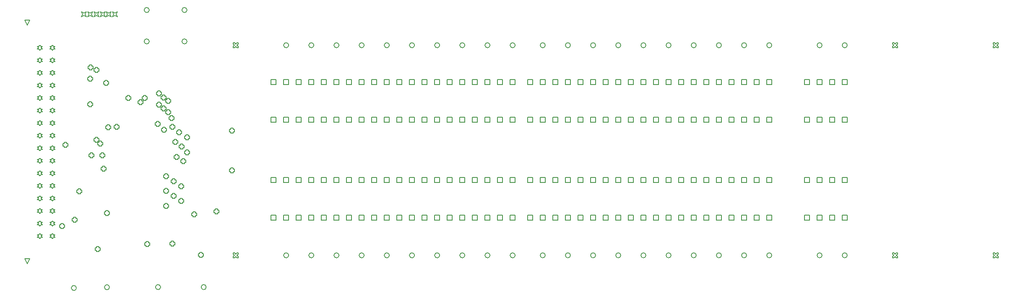
<source format=gbr>
%TF.GenerationSoftware,Altium Limited,Altium Designer,20.0.1 (14)*%
G04 Layer_Color=2752767*
%FSLAX25Y25*%
%MOIN*%
%TF.FileFunction,Drawing*%
%TF.Part,Single*%
G01*
G75*
%TA.AperFunction,NonConductor*%
%ADD67C,0.00500*%
%ADD68C,0.00667*%
D67*
X377724Y-59378D02*
Y-55378D01*
X381724D01*
Y-59378D01*
X377724D01*
X387724D02*
Y-55378D01*
X391724D01*
Y-59378D01*
X387724D01*
X377724Y-29378D02*
Y-25378D01*
X381724D01*
Y-29378D01*
X377724D01*
X387724D02*
Y-25378D01*
X391724D01*
Y-29378D01*
X387724D01*
X407724D02*
Y-25378D01*
X411724D01*
Y-29378D01*
X407724D01*
X397724D02*
Y-25378D01*
X401724D01*
Y-29378D01*
X397724D01*
X407724Y-59378D02*
Y-55378D01*
X411724D01*
Y-59378D01*
X407724D01*
X397724D02*
Y-55378D01*
X401724D01*
Y-59378D01*
X397724D01*
X417724D02*
Y-55378D01*
X421724D01*
Y-59378D01*
X417724D01*
X427724D02*
Y-55378D01*
X431724D01*
Y-59378D01*
X427724D01*
X417724Y-29378D02*
Y-25378D01*
X421724D01*
Y-29378D01*
X417724D01*
X427724D02*
Y-25378D01*
X431724D01*
Y-29378D01*
X427724D01*
X447724D02*
Y-25378D01*
X451724D01*
Y-29378D01*
X447724D01*
X437724D02*
Y-25378D01*
X441724D01*
Y-29378D01*
X437724D01*
X447724Y-59378D02*
Y-55378D01*
X451724D01*
Y-59378D01*
X447724D01*
X437724D02*
Y-55378D01*
X441724D01*
Y-59378D01*
X437724D01*
X457724D02*
Y-55378D01*
X461724D01*
Y-59378D01*
X457724D01*
X467724D02*
Y-55378D01*
X471724D01*
Y-59378D01*
X467724D01*
X457724Y-29378D02*
Y-25378D01*
X461724D01*
Y-29378D01*
X457724D01*
X467724D02*
Y-25378D01*
X471724D01*
Y-29378D01*
X467724D01*
X487724D02*
Y-25378D01*
X491724D01*
Y-29378D01*
X487724D01*
X477724D02*
Y-25378D01*
X481724D01*
Y-29378D01*
X477724D01*
X487724Y-59378D02*
Y-55378D01*
X491724D01*
Y-59378D01*
X487724D01*
X477724D02*
Y-55378D01*
X481724D01*
Y-59378D01*
X477724D01*
X497724D02*
Y-55378D01*
X501724D01*
Y-59378D01*
X497724D01*
X507724D02*
Y-55378D01*
X511724D01*
Y-59378D01*
X507724D01*
X497724Y-29378D02*
Y-25378D01*
X501724D01*
Y-29378D01*
X497724D01*
X507724D02*
Y-25378D01*
X511724D01*
Y-29378D01*
X507724D01*
X527724D02*
Y-25378D01*
X531724D01*
Y-29378D01*
X527724D01*
X517724D02*
Y-25378D01*
X521724D01*
Y-29378D01*
X517724D01*
X527724Y-59378D02*
Y-55378D01*
X531724D01*
Y-59378D01*
X527724D01*
X517724D02*
Y-55378D01*
X521724D01*
Y-59378D01*
X517724D01*
X537724D02*
Y-55378D01*
X541724D01*
Y-59378D01*
X537724D01*
X547724D02*
Y-55378D01*
X551724D01*
Y-59378D01*
X547724D01*
X537724Y-29378D02*
Y-25378D01*
X541724D01*
Y-29378D01*
X537724D01*
X547724D02*
Y-25378D01*
X551724D01*
Y-29378D01*
X547724D01*
X567724D02*
Y-25378D01*
X571724D01*
Y-29378D01*
X567724D01*
X557724D02*
Y-25378D01*
X561724D01*
Y-29378D01*
X557724D01*
X567724Y-59378D02*
Y-55378D01*
X571724D01*
Y-59378D01*
X567724D01*
X557724D02*
Y-55378D01*
X561724D01*
Y-59378D01*
X557724D01*
X173787D02*
Y-55378D01*
X177787D01*
Y-59378D01*
X173787D01*
X183787D02*
Y-55378D01*
X187787D01*
Y-59378D01*
X183787D01*
X173787Y-29378D02*
Y-25378D01*
X177787D01*
Y-29378D01*
X173787D01*
X183787D02*
Y-25378D01*
X187787D01*
Y-29378D01*
X183787D01*
X203787D02*
Y-25378D01*
X207787D01*
Y-29378D01*
X203787D01*
X193787D02*
Y-25378D01*
X197787D01*
Y-29378D01*
X193787D01*
X203787Y-59378D02*
Y-55378D01*
X207787D01*
Y-59378D01*
X203787D01*
X193787D02*
Y-55378D01*
X197787D01*
Y-59378D01*
X193787D01*
X213787D02*
Y-55378D01*
X217787D01*
Y-59378D01*
X213787D01*
X223787D02*
Y-55378D01*
X227787D01*
Y-59378D01*
X223787D01*
X213787Y-29378D02*
Y-25378D01*
X217787D01*
Y-29378D01*
X213787D01*
X223787D02*
Y-25378D01*
X227787D01*
Y-29378D01*
X223787D01*
X243787D02*
Y-25378D01*
X247787D01*
Y-29378D01*
X243787D01*
X233787D02*
Y-25378D01*
X237787D01*
Y-29378D01*
X233787D01*
X243787Y-59378D02*
Y-55378D01*
X247787D01*
Y-59378D01*
X243787D01*
X233787D02*
Y-55378D01*
X237787D01*
Y-59378D01*
X233787D01*
X253787D02*
Y-55378D01*
X257787D01*
Y-59378D01*
X253787D01*
X263787D02*
Y-55378D01*
X267787D01*
Y-59378D01*
X263787D01*
X253787Y-29378D02*
Y-25378D01*
X257787D01*
Y-29378D01*
X253787D01*
X263787D02*
Y-25378D01*
X267787D01*
Y-29378D01*
X263787D01*
X283787D02*
Y-25378D01*
X287787D01*
Y-29378D01*
X283787D01*
X273787D02*
Y-25378D01*
X277787D01*
Y-29378D01*
X273787D01*
X283787Y-59378D02*
Y-55378D01*
X287787D01*
Y-59378D01*
X283787D01*
X273787D02*
Y-55378D01*
X277787D01*
Y-59378D01*
X273787D01*
X293787D02*
Y-55378D01*
X297787D01*
Y-59378D01*
X293787D01*
X303787D02*
Y-55378D01*
X307787D01*
Y-59378D01*
X303787D01*
X293787Y-29378D02*
Y-25378D01*
X297787D01*
Y-29378D01*
X293787D01*
X303787D02*
Y-25378D01*
X307787D01*
Y-29378D01*
X303787D01*
X323787D02*
Y-25378D01*
X327787D01*
Y-29378D01*
X323787D01*
X313787D02*
Y-25378D01*
X317787D01*
Y-29378D01*
X313787D01*
X323787Y-59378D02*
Y-55378D01*
X327787D01*
Y-59378D01*
X323787D01*
X313787D02*
Y-55378D01*
X317787D01*
Y-59378D01*
X313787D01*
X333787D02*
Y-55378D01*
X337787D01*
Y-59378D01*
X333787D01*
X343787D02*
Y-55378D01*
X347787D01*
Y-59378D01*
X343787D01*
X333787Y-29378D02*
Y-25378D01*
X337787D01*
Y-29378D01*
X333787D01*
X343787D02*
Y-25378D01*
X347787D01*
Y-29378D01*
X343787D01*
X363787D02*
Y-25378D01*
X367787D01*
Y-29378D01*
X363787D01*
X353787D02*
Y-25378D01*
X357787D01*
Y-29378D01*
X353787D01*
X363787Y-59378D02*
Y-55378D01*
X367787D01*
Y-59378D01*
X363787D01*
X353787D02*
Y-55378D01*
X357787D01*
Y-59378D01*
X353787D01*
X387724Y-107378D02*
Y-103378D01*
X391724D01*
Y-107378D01*
X387724D01*
X377724D02*
Y-103378D01*
X381724D01*
Y-107378D01*
X377724D01*
X387724Y-137378D02*
Y-133378D01*
X391724D01*
Y-137378D01*
X387724D01*
X377724D02*
Y-133378D01*
X381724D01*
Y-137378D01*
X377724D01*
X397724D02*
Y-133378D01*
X401724D01*
Y-137378D01*
X397724D01*
X407724D02*
Y-133378D01*
X411724D01*
Y-137378D01*
X407724D01*
X397724Y-107378D02*
Y-103378D01*
X401724D01*
Y-107378D01*
X397724D01*
X407724D02*
Y-103378D01*
X411724D01*
Y-107378D01*
X407724D01*
X427724D02*
Y-103378D01*
X431724D01*
Y-107378D01*
X427724D01*
X417724D02*
Y-103378D01*
X421724D01*
Y-107378D01*
X417724D01*
X427724Y-137378D02*
Y-133378D01*
X431724D01*
Y-137378D01*
X427724D01*
X417724D02*
Y-133378D01*
X421724D01*
Y-137378D01*
X417724D01*
X437724D02*
Y-133378D01*
X441724D01*
Y-137378D01*
X437724D01*
X447724D02*
Y-133378D01*
X451724D01*
Y-137378D01*
X447724D01*
X437724Y-107378D02*
Y-103378D01*
X441724D01*
Y-107378D01*
X437724D01*
X447724D02*
Y-103378D01*
X451724D01*
Y-107378D01*
X447724D01*
X467724D02*
Y-103378D01*
X471724D01*
Y-107378D01*
X467724D01*
X457724D02*
Y-103378D01*
X461724D01*
Y-107378D01*
X457724D01*
X467724Y-137378D02*
Y-133378D01*
X471724D01*
Y-137378D01*
X467724D01*
X457724D02*
Y-133378D01*
X461724D01*
Y-137378D01*
X457724D01*
X477724D02*
Y-133378D01*
X481724D01*
Y-137378D01*
X477724D01*
X487724D02*
Y-133378D01*
X491724D01*
Y-137378D01*
X487724D01*
X477724Y-107378D02*
Y-103378D01*
X481724D01*
Y-107378D01*
X477724D01*
X487724D02*
Y-103378D01*
X491724D01*
Y-107378D01*
X487724D01*
X507724D02*
Y-103378D01*
X511724D01*
Y-107378D01*
X507724D01*
X497724D02*
Y-103378D01*
X501724D01*
Y-107378D01*
X497724D01*
X507724Y-137378D02*
Y-133378D01*
X511724D01*
Y-137378D01*
X507724D01*
X497724D02*
Y-133378D01*
X501724D01*
Y-137378D01*
X497724D01*
X517724D02*
Y-133378D01*
X521724D01*
Y-137378D01*
X517724D01*
X527724D02*
Y-133378D01*
X531724D01*
Y-137378D01*
X527724D01*
X517724Y-107378D02*
Y-103378D01*
X521724D01*
Y-107378D01*
X517724D01*
X527724D02*
Y-103378D01*
X531724D01*
Y-107378D01*
X527724D01*
X547724D02*
Y-103378D01*
X551724D01*
Y-107378D01*
X547724D01*
X537724D02*
Y-103378D01*
X541724D01*
Y-107378D01*
X537724D01*
X547724Y-137378D02*
Y-133378D01*
X551724D01*
Y-137378D01*
X547724D01*
X537724D02*
Y-133378D01*
X541724D01*
Y-137378D01*
X537724D01*
X557724D02*
Y-133378D01*
X561724D01*
Y-137378D01*
X557724D01*
X567724D02*
Y-133378D01*
X571724D01*
Y-137378D01*
X567724D01*
X557724Y-107378D02*
Y-103378D01*
X561724D01*
Y-107378D01*
X557724D01*
X567724D02*
Y-103378D01*
X571724D01*
Y-107378D01*
X567724D01*
X183787D02*
Y-103378D01*
X187787D01*
Y-107378D01*
X183787D01*
X173787D02*
Y-103378D01*
X177787D01*
Y-107378D01*
X173787D01*
X183787Y-137378D02*
Y-133378D01*
X187787D01*
Y-137378D01*
X183787D01*
X173787D02*
Y-133378D01*
X177787D01*
Y-137378D01*
X173787D01*
X193787D02*
Y-133378D01*
X197787D01*
Y-137378D01*
X193787D01*
X203787D02*
Y-133378D01*
X207787D01*
Y-137378D01*
X203787D01*
X193787Y-107378D02*
Y-103378D01*
X197787D01*
Y-107378D01*
X193787D01*
X203787D02*
Y-103378D01*
X207787D01*
Y-107378D01*
X203787D01*
X223787D02*
Y-103378D01*
X227787D01*
Y-107378D01*
X223787D01*
X213787D02*
Y-103378D01*
X217787D01*
Y-107378D01*
X213787D01*
X223787Y-137378D02*
Y-133378D01*
X227787D01*
Y-137378D01*
X223787D01*
X213787D02*
Y-133378D01*
X217787D01*
Y-137378D01*
X213787D01*
X233787D02*
Y-133378D01*
X237787D01*
Y-137378D01*
X233787D01*
X243787D02*
Y-133378D01*
X247787D01*
Y-137378D01*
X243787D01*
X233787Y-107378D02*
Y-103378D01*
X237787D01*
Y-107378D01*
X233787D01*
X243787D02*
Y-103378D01*
X247787D01*
Y-107378D01*
X243787D01*
X263787D02*
Y-103378D01*
X267787D01*
Y-107378D01*
X263787D01*
X253787D02*
Y-103378D01*
X257787D01*
Y-107378D01*
X253787D01*
X263787Y-137378D02*
Y-133378D01*
X267787D01*
Y-137378D01*
X263787D01*
X253787D02*
Y-133378D01*
X257787D01*
Y-137378D01*
X253787D01*
X273787D02*
Y-133378D01*
X277787D01*
Y-137378D01*
X273787D01*
X283787D02*
Y-133378D01*
X287787D01*
Y-137378D01*
X283787D01*
X273787Y-107378D02*
Y-103378D01*
X277787D01*
Y-107378D01*
X273787D01*
X283787D02*
Y-103378D01*
X287787D01*
Y-107378D01*
X283787D01*
X303787D02*
Y-103378D01*
X307787D01*
Y-107378D01*
X303787D01*
X293787D02*
Y-103378D01*
X297787D01*
Y-107378D01*
X293787D01*
X303787Y-137378D02*
Y-133378D01*
X307787D01*
Y-137378D01*
X303787D01*
X293787D02*
Y-133378D01*
X297787D01*
Y-137378D01*
X293787D01*
X313787D02*
Y-133378D01*
X317787D01*
Y-137378D01*
X313787D01*
X323787D02*
Y-133378D01*
X327787D01*
Y-137378D01*
X323787D01*
X313787Y-107378D02*
Y-103378D01*
X317787D01*
Y-107378D01*
X313787D01*
X323787D02*
Y-103378D01*
X327787D01*
Y-107378D01*
X323787D01*
X343787D02*
Y-103378D01*
X347787D01*
Y-107378D01*
X343787D01*
X333787D02*
Y-103378D01*
X337787D01*
Y-107378D01*
X333787D01*
X343787Y-137378D02*
Y-133378D01*
X347787D01*
Y-137378D01*
X343787D01*
X333787D02*
Y-133378D01*
X337787D01*
Y-137378D01*
X333787D01*
X353787D02*
Y-133378D01*
X357787D01*
Y-137378D01*
X353787D01*
X363787D02*
Y-133378D01*
X367787D01*
Y-137378D01*
X363787D01*
X353787Y-107378D02*
Y-103378D01*
X357787D01*
Y-107378D01*
X353787D01*
X363787D02*
Y-103378D01*
X367787D01*
Y-107378D01*
X363787D01*
X597724Y-59378D02*
Y-55378D01*
X601724D01*
Y-59378D01*
X597724D01*
X607724D02*
Y-55378D01*
X611724D01*
Y-59378D01*
X607724D01*
X597724Y-29378D02*
Y-25378D01*
X601724D01*
Y-29378D01*
X597724D01*
X607724D02*
Y-25378D01*
X611724D01*
Y-29378D01*
X607724D01*
X627724D02*
Y-25378D01*
X631724D01*
Y-29378D01*
X627724D01*
X617724D02*
Y-25378D01*
X621724D01*
Y-29378D01*
X617724D01*
X627724Y-59378D02*
Y-55378D01*
X631724D01*
Y-59378D01*
X627724D01*
X617724D02*
Y-55378D01*
X621724D01*
Y-59378D01*
X617724D01*
X607724Y-107378D02*
Y-103378D01*
X611724D01*
Y-107378D01*
X607724D01*
X597724D02*
Y-103378D01*
X601724D01*
Y-107378D01*
X597724D01*
X607724Y-137378D02*
Y-133378D01*
X611724D01*
Y-137378D01*
X607724D01*
X597724D02*
Y-133378D01*
X601724D01*
Y-137378D01*
X597724D01*
X617724D02*
Y-133378D01*
X621724D01*
Y-137378D01*
X617724D01*
X627724D02*
Y-133378D01*
X631724D01*
Y-137378D01*
X627724D01*
X617724Y-107378D02*
Y-103378D01*
X621724D01*
Y-107378D01*
X617724D01*
X627724D02*
Y-103378D01*
X631724D01*
Y-107378D01*
X627724D01*
X-20000Y18000D02*
X-22000Y22000D01*
X-18000D01*
X-20000Y18000D01*
Y-172000D02*
X-22000Y-168000D01*
X-18000D01*
X-20000Y-172000D01*
X-10000Y-2000D02*
X-9000Y-1000D01*
X-8000D01*
X-9000Y0D01*
X-8000Y1000D01*
X-9000D01*
X-10000Y2000D01*
X-11000Y1000D01*
X-12000D01*
X-11000Y0D01*
X-12000Y-1000D01*
X-11000D01*
X-10000Y-2000D01*
Y-12000D02*
X-9000Y-11000D01*
X-8000D01*
X-9000Y-10000D01*
X-8000Y-9000D01*
X-9000D01*
X-10000Y-8000D01*
X-11000Y-9000D01*
X-12000D01*
X-11000Y-10000D01*
X-12000Y-11000D01*
X-11000D01*
X-10000Y-12000D01*
Y-22000D02*
X-9000Y-21000D01*
X-8000D01*
X-9000Y-20000D01*
X-8000Y-19000D01*
X-9000D01*
X-10000Y-18000D01*
X-11000Y-19000D01*
X-12000D01*
X-11000Y-20000D01*
X-12000Y-21000D01*
X-11000D01*
X-10000Y-22000D01*
Y-32000D02*
X-9000Y-31000D01*
X-8000D01*
X-9000Y-30000D01*
X-8000Y-29000D01*
X-9000D01*
X-10000Y-28000D01*
X-11000Y-29000D01*
X-12000D01*
X-11000Y-30000D01*
X-12000Y-31000D01*
X-11000D01*
X-10000Y-32000D01*
Y-42000D02*
X-9000Y-41000D01*
X-8000D01*
X-9000Y-40000D01*
X-8000Y-39000D01*
X-9000D01*
X-10000Y-38000D01*
X-11000Y-39000D01*
X-12000D01*
X-11000Y-40000D01*
X-12000Y-41000D01*
X-11000D01*
X-10000Y-42000D01*
Y-52000D02*
X-9000Y-51000D01*
X-8000D01*
X-9000Y-50000D01*
X-8000Y-49000D01*
X-9000D01*
X-10000Y-48000D01*
X-11000Y-49000D01*
X-12000D01*
X-11000Y-50000D01*
X-12000Y-51000D01*
X-11000D01*
X-10000Y-52000D01*
Y-62000D02*
X-9000Y-61000D01*
X-8000D01*
X-9000Y-60000D01*
X-8000Y-59000D01*
X-9000D01*
X-10000Y-58000D01*
X-11000Y-59000D01*
X-12000D01*
X-11000Y-60000D01*
X-12000Y-61000D01*
X-11000D01*
X-10000Y-62000D01*
Y-72000D02*
X-9000Y-71000D01*
X-8000D01*
X-9000Y-70000D01*
X-8000Y-69000D01*
X-9000D01*
X-10000Y-68000D01*
X-11000Y-69000D01*
X-12000D01*
X-11000Y-70000D01*
X-12000Y-71000D01*
X-11000D01*
X-10000Y-72000D01*
Y-82000D02*
X-9000Y-81000D01*
X-8000D01*
X-9000Y-80000D01*
X-8000Y-79000D01*
X-9000D01*
X-10000Y-78000D01*
X-11000Y-79000D01*
X-12000D01*
X-11000Y-80000D01*
X-12000Y-81000D01*
X-11000D01*
X-10000Y-82000D01*
Y-92000D02*
X-9000Y-91000D01*
X-8000D01*
X-9000Y-90000D01*
X-8000Y-89000D01*
X-9000D01*
X-10000Y-88000D01*
X-11000Y-89000D01*
X-12000D01*
X-11000Y-90000D01*
X-12000Y-91000D01*
X-11000D01*
X-10000Y-92000D01*
Y-102000D02*
X-9000Y-101000D01*
X-8000D01*
X-9000Y-100000D01*
X-8000Y-99000D01*
X-9000D01*
X-10000Y-98000D01*
X-11000Y-99000D01*
X-12000D01*
X-11000Y-100000D01*
X-12000Y-101000D01*
X-11000D01*
X-10000Y-102000D01*
Y-112000D02*
X-9000Y-111000D01*
X-8000D01*
X-9000Y-110000D01*
X-8000Y-109000D01*
X-9000D01*
X-10000Y-108000D01*
X-11000Y-109000D01*
X-12000D01*
X-11000Y-110000D01*
X-12000Y-111000D01*
X-11000D01*
X-10000Y-112000D01*
Y-122000D02*
X-9000Y-121000D01*
X-8000D01*
X-9000Y-120000D01*
X-8000Y-119000D01*
X-9000D01*
X-10000Y-118000D01*
X-11000Y-119000D01*
X-12000D01*
X-11000Y-120000D01*
X-12000Y-121000D01*
X-11000D01*
X-10000Y-122000D01*
Y-132000D02*
X-9000Y-131000D01*
X-8000D01*
X-9000Y-130000D01*
X-8000Y-129000D01*
X-9000D01*
X-10000Y-128000D01*
X-11000Y-129000D01*
X-12000D01*
X-11000Y-130000D01*
X-12000Y-131000D01*
X-11000D01*
X-10000Y-132000D01*
Y-142000D02*
X-9000Y-141000D01*
X-8000D01*
X-9000Y-140000D01*
X-8000Y-139000D01*
X-9000D01*
X-10000Y-138000D01*
X-11000Y-139000D01*
X-12000D01*
X-11000Y-140000D01*
X-12000Y-141000D01*
X-11000D01*
X-10000Y-142000D01*
Y-152000D02*
X-9000Y-151000D01*
X-8000D01*
X-9000Y-150000D01*
X-8000Y-149000D01*
X-9000D01*
X-10000Y-148000D01*
X-11000Y-149000D01*
X-12000D01*
X-11000Y-150000D01*
X-12000Y-151000D01*
X-11000D01*
X-10000Y-152000D01*
X0Y-2000D02*
X1000Y-1000D01*
X2000D01*
X1000Y0D01*
X2000Y1000D01*
X1000D01*
X0Y2000D01*
X-1000Y1000D01*
X-2000D01*
X-1000Y0D01*
X-2000Y-1000D01*
X-1000D01*
X0Y-2000D01*
Y-12000D02*
X1000Y-11000D01*
X2000D01*
X1000Y-10000D01*
X2000Y-9000D01*
X1000D01*
X0Y-8000D01*
X-1000Y-9000D01*
X-2000D01*
X-1000Y-10000D01*
X-2000Y-11000D01*
X-1000D01*
X0Y-12000D01*
Y-22000D02*
X1000Y-21000D01*
X2000D01*
X1000Y-20000D01*
X2000Y-19000D01*
X1000D01*
X0Y-18000D01*
X-1000Y-19000D01*
X-2000D01*
X-1000Y-20000D01*
X-2000Y-21000D01*
X-1000D01*
X0Y-22000D01*
Y-32000D02*
X1000Y-31000D01*
X2000D01*
X1000Y-30000D01*
X2000Y-29000D01*
X1000D01*
X0Y-28000D01*
X-1000Y-29000D01*
X-2000D01*
X-1000Y-30000D01*
X-2000Y-31000D01*
X-1000D01*
X0Y-32000D01*
Y-42000D02*
X1000Y-41000D01*
X2000D01*
X1000Y-40000D01*
X2000Y-39000D01*
X1000D01*
X0Y-38000D01*
X-1000Y-39000D01*
X-2000D01*
X-1000Y-40000D01*
X-2000Y-41000D01*
X-1000D01*
X0Y-42000D01*
Y-52000D02*
X1000Y-51000D01*
X2000D01*
X1000Y-50000D01*
X2000Y-49000D01*
X1000D01*
X0Y-48000D01*
X-1000Y-49000D01*
X-2000D01*
X-1000Y-50000D01*
X-2000Y-51000D01*
X-1000D01*
X0Y-52000D01*
Y-62000D02*
X1000Y-61000D01*
X2000D01*
X1000Y-60000D01*
X2000Y-59000D01*
X1000D01*
X0Y-58000D01*
X-1000Y-59000D01*
X-2000D01*
X-1000Y-60000D01*
X-2000Y-61000D01*
X-1000D01*
X0Y-62000D01*
Y-72000D02*
X1000Y-71000D01*
X2000D01*
X1000Y-70000D01*
X2000Y-69000D01*
X1000D01*
X0Y-68000D01*
X-1000Y-69000D01*
X-2000D01*
X-1000Y-70000D01*
X-2000Y-71000D01*
X-1000D01*
X0Y-72000D01*
Y-82000D02*
X1000Y-81000D01*
X2000D01*
X1000Y-80000D01*
X2000Y-79000D01*
X1000D01*
X0Y-78000D01*
X-1000Y-79000D01*
X-2000D01*
X-1000Y-80000D01*
X-2000Y-81000D01*
X-1000D01*
X0Y-82000D01*
Y-92000D02*
X1000Y-91000D01*
X2000D01*
X1000Y-90000D01*
X2000Y-89000D01*
X1000D01*
X0Y-88000D01*
X-1000Y-89000D01*
X-2000D01*
X-1000Y-90000D01*
X-2000Y-91000D01*
X-1000D01*
X0Y-92000D01*
Y-102000D02*
X1000Y-101000D01*
X2000D01*
X1000Y-100000D01*
X2000Y-99000D01*
X1000D01*
X0Y-98000D01*
X-1000Y-99000D01*
X-2000D01*
X-1000Y-100000D01*
X-2000Y-101000D01*
X-1000D01*
X0Y-102000D01*
Y-112000D02*
X1000Y-111000D01*
X2000D01*
X1000Y-110000D01*
X2000Y-109000D01*
X1000D01*
X0Y-108000D01*
X-1000Y-109000D01*
X-2000D01*
X-1000Y-110000D01*
X-2000Y-111000D01*
X-1000D01*
X0Y-112000D01*
Y-122000D02*
X1000Y-121000D01*
X2000D01*
X1000Y-120000D01*
X2000Y-119000D01*
X1000D01*
X0Y-118000D01*
X-1000Y-119000D01*
X-2000D01*
X-1000Y-120000D01*
X-2000Y-121000D01*
X-1000D01*
X0Y-122000D01*
Y-132000D02*
X1000Y-131000D01*
X2000D01*
X1000Y-130000D01*
X2000Y-129000D01*
X1000D01*
X0Y-128000D01*
X-1000Y-129000D01*
X-2000D01*
X-1000Y-130000D01*
X-2000Y-131000D01*
X-1000D01*
X0Y-132000D01*
Y-142000D02*
X1000Y-141000D01*
X2000D01*
X1000Y-140000D01*
X2000Y-139000D01*
X1000D01*
X0Y-138000D01*
X-1000Y-139000D01*
X-2000D01*
X-1000Y-140000D01*
X-2000Y-141000D01*
X-1000D01*
X0Y-142000D01*
Y-152000D02*
X1000Y-151000D01*
X2000D01*
X1000Y-150000D01*
X2000Y-149000D01*
X1000D01*
X0Y-148000D01*
X-1000Y-149000D01*
X-2000D01*
X-1000Y-150000D01*
X-2000Y-151000D01*
X-1000D01*
X0Y-152000D01*
X23166Y24522D02*
X24166Y26522D01*
X23166Y28522D01*
X25166Y27522D01*
X27166Y28522D01*
X26166Y26522D01*
X27166Y24522D01*
X25166Y25522D01*
X23166Y24522D01*
X28087D02*
X29087Y26522D01*
X28087Y28522D01*
X30087Y27522D01*
X32087Y28522D01*
X31087Y26522D01*
X32087Y24522D01*
X30087Y25522D01*
X28087Y24522D01*
X33009D02*
X34009Y26522D01*
X33009Y28522D01*
X35009Y27522D01*
X37009Y28522D01*
X36009Y26522D01*
X37009Y24522D01*
X35009Y25522D01*
X33009Y24522D01*
X37930D02*
X38930Y26522D01*
X37930Y28522D01*
X39930Y27522D01*
X41930Y28522D01*
X40930Y26522D01*
X41930Y24522D01*
X39930Y25522D01*
X37930Y24522D01*
X42851D02*
X43851Y26522D01*
X42851Y28522D01*
X44851Y27522D01*
X46851Y28522D01*
X45851Y26522D01*
X46851Y24522D01*
X44851Y25522D01*
X42851Y24522D01*
X47772D02*
X48772Y26522D01*
X47772Y28522D01*
X49772Y27522D01*
X51772Y28522D01*
X50772Y26522D01*
X51772Y24522D01*
X49772Y25522D01*
X47772Y24522D01*
X94400Y-157000D02*
Y-158000D01*
X96400D01*
Y-157000D01*
X97400D01*
Y-155000D01*
X96400D01*
Y-154000D01*
X94400D01*
Y-155000D01*
X93400D01*
Y-157000D01*
X94400D01*
X117000Y-165900D02*
Y-166900D01*
X119000D01*
Y-165900D01*
X120000D01*
Y-163900D01*
X119000D01*
Y-162900D01*
X117000D01*
Y-163900D01*
X116000D01*
Y-165900D01*
X117000D01*
X141871Y-98538D02*
Y-99538D01*
X143871D01*
Y-98538D01*
X144871D01*
Y-96538D01*
X143871D01*
Y-95538D01*
X141871D01*
Y-96538D01*
X140871D01*
Y-98538D01*
X141871D01*
Y-67142D02*
Y-68142D01*
X143871D01*
Y-67142D01*
X144871D01*
Y-65142D01*
X143871D01*
Y-64142D01*
X141871D01*
Y-65142D01*
X140871D01*
Y-67142D01*
X141871D01*
X41800Y-28900D02*
Y-29900D01*
X43800D01*
Y-28900D01*
X44800D01*
Y-26900D01*
X43800D01*
Y-25900D01*
X41800D01*
Y-26900D01*
X40800D01*
Y-28900D01*
X41800D01*
X59400Y-41100D02*
Y-42100D01*
X61400D01*
Y-41100D01*
X62400D01*
Y-39100D01*
X61400D01*
Y-38100D01*
X59400D01*
Y-39100D01*
X58400D01*
Y-41100D01*
X59400D01*
X105900Y-72400D02*
Y-73400D01*
X107900D01*
Y-72400D01*
X108900D01*
Y-70400D01*
X107900D01*
Y-69400D01*
X105900D01*
Y-70400D01*
X104900D01*
Y-72400D01*
X105900D01*
X74500Y-157500D02*
Y-158500D01*
X76500D01*
Y-157500D01*
X77500D01*
Y-155500D01*
X76500D01*
Y-154500D01*
X74500D01*
Y-155500D01*
X73500D01*
Y-157500D01*
X74500D01*
X35000Y-161500D02*
Y-162500D01*
X37000D01*
Y-161500D01*
X38000D01*
Y-159500D01*
X37000D01*
Y-158500D01*
X35000D01*
Y-159500D01*
X34000D01*
Y-161500D01*
X35000D01*
X42300Y-132700D02*
Y-133700D01*
X44300D01*
Y-132700D01*
X45300D01*
Y-130700D01*
X44300D01*
Y-129700D01*
X42300D01*
Y-130700D01*
X41300D01*
Y-132700D01*
X42300D01*
X38661Y-86700D02*
Y-87700D01*
X40661D01*
Y-86700D01*
X41661D01*
Y-84700D01*
X40661D01*
Y-83700D01*
X38661D01*
Y-84700D01*
X37661D01*
Y-86700D01*
X38661D01*
X37200Y-77400D02*
Y-78400D01*
X39200D01*
Y-77400D01*
X40200D01*
Y-75400D01*
X39200D01*
Y-74400D01*
X37200D01*
Y-75400D01*
X36200D01*
Y-77400D01*
X37200D01*
X39700Y-97200D02*
Y-98200D01*
X41700D01*
Y-97200D01*
X42700D01*
Y-95200D01*
X41700D01*
Y-94200D01*
X39700D01*
Y-95200D01*
X38700D01*
Y-97200D01*
X39700D01*
X30000Y-86700D02*
Y-87700D01*
X32000D01*
Y-86700D01*
X33000D01*
Y-84700D01*
X32000D01*
Y-83700D01*
X30000D01*
Y-84700D01*
X29000D01*
Y-86700D01*
X30000D01*
X9500Y-78400D02*
Y-79400D01*
X11500D01*
Y-78400D01*
X12500D01*
Y-76400D01*
X11500D01*
Y-75400D01*
X9500D01*
Y-76400D01*
X8500D01*
Y-78400D01*
X9500D01*
X34100Y-74400D02*
Y-75400D01*
X36100D01*
Y-74400D01*
X37100D01*
Y-72400D01*
X36100D01*
Y-71400D01*
X34100D01*
Y-72400D01*
X33100D01*
Y-74400D01*
X34100D01*
X34200Y-18800D02*
Y-19800D01*
X36200D01*
Y-18800D01*
X37200D01*
Y-16800D01*
X36200D01*
Y-15800D01*
X34200D01*
Y-16800D01*
X33200D01*
Y-18800D01*
X34200D01*
X29000Y-25600D02*
Y-26600D01*
X31000D01*
Y-25600D01*
X32000D01*
Y-23600D01*
X31000D01*
Y-22600D01*
X29000D01*
Y-23600D01*
X28000D01*
Y-25600D01*
X29000D01*
X28900Y-46100D02*
Y-47100D01*
X30900D01*
Y-46100D01*
X31900D01*
Y-44100D01*
X30900D01*
Y-43100D01*
X28900D01*
Y-44100D01*
X27900D01*
Y-46100D01*
X28900D01*
X29500Y-16601D02*
Y-17601D01*
X31500D01*
Y-16601D01*
X32500D01*
Y-14601D01*
X31500D01*
Y-13601D01*
X29500D01*
Y-14601D01*
X28500D01*
Y-16601D01*
X29500D01*
X50000Y-63900D02*
Y-64900D01*
X52000D01*
Y-63900D01*
X53000D01*
Y-61900D01*
X52000D01*
Y-60900D01*
X50000D01*
Y-61900D01*
X49000D01*
Y-63900D01*
X50000D01*
X43400Y-64300D02*
Y-65300D01*
X45400D01*
Y-64300D01*
X46400D01*
Y-62300D01*
X45400D01*
Y-61300D01*
X43400D01*
Y-62300D01*
X42400D01*
Y-64300D01*
X43400D01*
X69100Y-44400D02*
Y-45400D01*
X71100D01*
Y-44400D01*
X72100D01*
Y-42400D01*
X71100D01*
Y-41400D01*
X69100D01*
Y-42400D01*
X68100D01*
Y-44400D01*
X69100D01*
X72500Y-41100D02*
Y-42100D01*
X74500D01*
Y-41100D01*
X75500D01*
Y-39100D01*
X74500D01*
Y-38100D01*
X72500D01*
Y-39100D01*
X71500D01*
Y-41100D01*
X72500D01*
X93660Y-56900D02*
Y-57900D01*
X95660D01*
Y-56900D01*
X96660D01*
Y-54900D01*
X95660D01*
Y-53900D01*
X93660D01*
Y-54900D01*
X92660D01*
Y-56900D01*
X93660D01*
X91000Y-52500D02*
Y-53500D01*
X93000D01*
Y-52500D01*
X94000D01*
Y-50500D01*
X93000D01*
Y-49500D01*
X91000D01*
Y-50500D01*
X90000D01*
Y-52500D01*
X91000D01*
X87553Y-49400D02*
Y-50400D01*
X89553D01*
Y-49400D01*
X90553D01*
Y-47400D01*
X89553D01*
Y-46400D01*
X87553D01*
Y-47400D01*
X86553D01*
Y-49400D01*
X87553D01*
X83596Y-46400D02*
Y-47400D01*
X85596D01*
Y-46400D01*
X86595D01*
Y-44400D01*
X85596D01*
Y-43400D01*
X83596D01*
Y-44400D01*
X82595D01*
Y-46400D01*
X83596D01*
X90988Y-43494D02*
Y-44494D01*
X92988D01*
Y-43494D01*
X93988D01*
Y-41494D01*
X92988D01*
Y-40494D01*
X90988D01*
Y-41494D01*
X89988D01*
Y-43494D01*
X90988D01*
X87400Y-40600D02*
Y-41600D01*
X89400D01*
Y-40600D01*
X90400D01*
Y-38600D01*
X89400D01*
Y-37600D01*
X87400D01*
Y-38600D01*
X86400D01*
Y-40600D01*
X87400D01*
X83800Y-37500D02*
Y-38500D01*
X85800D01*
Y-37500D01*
X86800D01*
Y-35500D01*
X85800D01*
Y-34500D01*
X83800D01*
Y-35500D01*
X82800D01*
Y-37500D01*
X83800D01*
X96744Y-76050D02*
Y-77050D01*
X98744D01*
Y-76050D01*
X99744D01*
Y-74050D01*
X98744D01*
Y-73050D01*
X96744D01*
Y-74050D01*
X95744D01*
Y-76050D01*
X96744D01*
X99820Y-68312D02*
Y-69312D01*
X101820D01*
Y-68312D01*
X102820D01*
Y-66312D01*
X101820D01*
Y-65312D01*
X99820D01*
Y-66312D01*
X98820D01*
Y-68312D01*
X99820D01*
X101650Y-79650D02*
Y-80650D01*
X103650D01*
Y-79650D01*
X104650D01*
Y-77650D01*
X103650D01*
Y-76650D01*
X101650D01*
Y-77650D01*
X100650D01*
Y-79650D01*
X101650D01*
X94402Y-64000D02*
Y-65000D01*
X96402D01*
Y-64000D01*
X97402D01*
Y-62000D01*
X96402D01*
Y-61000D01*
X94402D01*
Y-62000D01*
X93402D01*
Y-64000D01*
X94402D01*
X106116Y-84310D02*
Y-85310D01*
X108116D01*
Y-84310D01*
X109116D01*
Y-82310D01*
X108116D01*
Y-81310D01*
X106116D01*
Y-82310D01*
X105116D01*
Y-84310D01*
X106116D01*
X102988Y-91469D02*
Y-92469D01*
X104988D01*
Y-91469D01*
X105988D01*
Y-89469D01*
X104988D01*
Y-88469D01*
X102988D01*
Y-89469D01*
X101988D01*
Y-91469D01*
X102988D01*
X87600Y-66200D02*
Y-67200D01*
X89600D01*
Y-66200D01*
X90600D01*
Y-64200D01*
X89600D01*
Y-63200D01*
X87600D01*
Y-64200D01*
X86600D01*
Y-66200D01*
X87600D01*
X82700Y-61600D02*
Y-62600D01*
X84700D01*
Y-61600D01*
X85700D01*
Y-59600D01*
X84700D01*
Y-58600D01*
X82700D01*
Y-59600D01*
X81700D01*
Y-61600D01*
X82700D01*
X111600Y-133700D02*
Y-134700D01*
X113600D01*
Y-133700D01*
X114600D01*
Y-131700D01*
X113600D01*
Y-130700D01*
X111600D01*
Y-131700D01*
X110600D01*
Y-133700D01*
X111600D01*
X95457Y-119110D02*
Y-120110D01*
X97457D01*
Y-119110D01*
X98457D01*
Y-117110D01*
X97457D01*
Y-116110D01*
X95457D01*
Y-117110D01*
X94457D01*
Y-119110D01*
X95457D01*
X101362Y-123047D02*
Y-124047D01*
X103362D01*
Y-123047D01*
X104362D01*
Y-121047D01*
X103362D01*
Y-120047D01*
X101362D01*
Y-121047D01*
X100362D01*
Y-123047D01*
X101362D01*
X89551Y-115173D02*
Y-116173D01*
X91551D01*
Y-115173D01*
X92551D01*
Y-113173D01*
X91551D01*
Y-112173D01*
X89551D01*
Y-113173D01*
X88551D01*
Y-115173D01*
X89551D01*
X101362Y-111236D02*
Y-112236D01*
X103362D01*
Y-111236D01*
X104362D01*
Y-109236D01*
X103362D01*
Y-108236D01*
X101362D01*
Y-109236D01*
X100362D01*
Y-111236D01*
X101362D01*
X95457Y-107299D02*
Y-108299D01*
X97457D01*
Y-107299D01*
X98457D01*
Y-105299D01*
X97457D01*
Y-104299D01*
X95457D01*
Y-105299D01*
X94457D01*
Y-107299D01*
X95457D01*
X89551Y-103362D02*
Y-104362D01*
X91551D01*
Y-103362D01*
X92551D01*
Y-101362D01*
X91551D01*
Y-100362D01*
X89551D01*
Y-101362D01*
X88551D01*
Y-103362D01*
X89551D01*
X97616Y-87869D02*
Y-88869D01*
X99616D01*
Y-87869D01*
X100616D01*
Y-85869D01*
X99616D01*
Y-84869D01*
X97616D01*
Y-85869D01*
X96616D01*
Y-87869D01*
X97616D01*
X89551Y-126984D02*
Y-127984D01*
X91551D01*
Y-126984D01*
X92551D01*
Y-124984D01*
X91551D01*
Y-123984D01*
X89551D01*
Y-124984D01*
X88551D01*
Y-126984D01*
X89551D01*
X129500Y-131500D02*
Y-132500D01*
X131500D01*
Y-131500D01*
X132500D01*
Y-129500D01*
X131500D01*
Y-128500D01*
X129500D01*
Y-129500D01*
X128500D01*
Y-131500D01*
X129500D01*
X20300Y-115500D02*
Y-116500D01*
X22300D01*
Y-115500D01*
X23300D01*
Y-113500D01*
X22300D01*
Y-112500D01*
X20300D01*
Y-113500D01*
X19300D01*
Y-115500D01*
X20300D01*
X16636Y-138100D02*
Y-139100D01*
X18636D01*
Y-138100D01*
X19636D01*
Y-136100D01*
X18636D01*
Y-135100D01*
X16636D01*
Y-136100D01*
X15636D01*
Y-138100D01*
X16636D01*
X6800Y-143100D02*
Y-144100D01*
X8800D01*
Y-143100D01*
X9800D01*
Y-141100D01*
X8800D01*
Y-140100D01*
X6800D01*
Y-141100D01*
X5800D01*
Y-143100D01*
X6800D01*
X747724Y-55D02*
X748724D01*
X749724Y945D01*
X750724Y-55D01*
X751724D01*
Y945D01*
X750724Y1945D01*
X751724Y2945D01*
Y3945D01*
X750724D01*
X749724Y2945D01*
X748724Y3945D01*
X747724D01*
Y2945D01*
X748724Y1945D01*
X747724Y945D01*
Y-55D01*
Y-167378D02*
X748724D01*
X749724Y-166378D01*
X750724Y-167378D01*
X751724D01*
Y-166378D01*
X750724Y-165378D01*
X751724Y-164378D01*
Y-163378D01*
X750724D01*
X749724Y-164378D01*
X748724Y-163378D01*
X747724D01*
Y-164378D01*
X748724Y-165378D01*
X747724Y-166378D01*
Y-167378D01*
X143787Y-55D02*
X144787D01*
X145787Y945D01*
X146787Y-55D01*
X147787D01*
Y945D01*
X146787Y1945D01*
X147787Y2945D01*
Y3945D01*
X146787D01*
X145787Y2945D01*
X144787Y3945D01*
X143787D01*
Y2945D01*
X144787Y1945D01*
X143787Y945D01*
Y-55D01*
X143787Y-167378D02*
X144787D01*
X145787Y-166378D01*
X146787Y-167378D01*
X147787D01*
Y-166378D01*
X146787Y-165378D01*
X147787Y-164378D01*
Y-163378D01*
X146787D01*
X145787Y-164378D01*
X144787Y-163378D01*
X143787D01*
Y-164378D01*
X144787Y-165378D01*
X143787Y-166378D01*
Y-167378D01*
X667724D02*
X668724D01*
X669724Y-166378D01*
X670724Y-167378D01*
X671724D01*
Y-166378D01*
X670724Y-165378D01*
X671724Y-164378D01*
Y-163378D01*
X670724D01*
X669724Y-164378D01*
X668724Y-163378D01*
X667724D01*
Y-164378D01*
X668724Y-165378D01*
X667724Y-166378D01*
Y-167378D01*
Y-55D02*
X668724D01*
X669724Y945D01*
X670724Y-55D01*
X671724D01*
Y945D01*
X670724Y1945D01*
X671724Y2945D01*
Y3945D01*
X670724D01*
X669724Y2945D01*
X668724Y3945D01*
X667724D01*
Y2945D01*
X668724Y1945D01*
X667724Y945D01*
Y-55D01*
D68*
X107000Y5000D02*
G03*
X107000Y5000I-2000J0D01*
G01*
X77000D02*
G03*
X77000Y5000I-2000J0D01*
G01*
X107000Y30000D02*
G03*
X107000Y30000I-2000J0D01*
G01*
X77000D02*
G03*
X77000Y30000I-2000J0D01*
G01*
X122287Y-190678D02*
G03*
X122287Y-190678I-2000J0D01*
G01*
X85987D02*
G03*
X85987Y-190678I-2000J0D01*
G01*
X45387Y-190778D02*
G03*
X45387Y-190778I-2000J0D01*
G01*
X19087Y-191378D02*
G03*
X19087Y-191378I-2000J0D01*
G01*
X631724Y1945D02*
G03*
X631724Y1945I-2000J0D01*
G01*
X611724D02*
G03*
X611724Y1945I-2000J0D01*
G01*
X631724Y-165378D02*
G03*
X631724Y-165378I-2000J0D01*
G01*
X611724D02*
G03*
X611724Y-165378I-2000J0D01*
G01*
X571724Y1945D02*
G03*
X571724Y1945I-2000J0D01*
G01*
X551724D02*
G03*
X551724Y1945I-2000J0D01*
G01*
X531724D02*
G03*
X531724Y1945I-2000J0D01*
G01*
X511724D02*
G03*
X511724Y1945I-2000J0D01*
G01*
X491724D02*
G03*
X491724Y1945I-2000J0D01*
G01*
X471724D02*
G03*
X471724Y1945I-2000J0D01*
G01*
X451724D02*
G03*
X451724Y1945I-2000J0D01*
G01*
X431724D02*
G03*
X431724Y1945I-2000J0D01*
G01*
X411724D02*
G03*
X411724Y1945I-2000J0D01*
G01*
X391724D02*
G03*
X391724Y1945I-2000J0D01*
G01*
X187787D02*
G03*
X187787Y1945I-2000J0D01*
G01*
X207787D02*
G03*
X207787Y1945I-2000J0D01*
G01*
X227787D02*
G03*
X227787Y1945I-2000J0D01*
G01*
X247787D02*
G03*
X247787Y1945I-2000J0D01*
G01*
X267787D02*
G03*
X267787Y1945I-2000J0D01*
G01*
X287787D02*
G03*
X287787Y1945I-2000J0D01*
G01*
X307787D02*
G03*
X307787Y1945I-2000J0D01*
G01*
X327787D02*
G03*
X327787Y1945I-2000J0D01*
G01*
X347787D02*
G03*
X347787Y1945I-2000J0D01*
G01*
X367787D02*
G03*
X367787Y1945I-2000J0D01*
G01*
X391724Y-165378D02*
G03*
X391724Y-165378I-2000J0D01*
G01*
X411724D02*
G03*
X411724Y-165378I-2000J0D01*
G01*
X431724D02*
G03*
X431724Y-165378I-2000J0D01*
G01*
X451724D02*
G03*
X451724Y-165378I-2000J0D01*
G01*
X471724D02*
G03*
X471724Y-165378I-2000J0D01*
G01*
X491724D02*
G03*
X491724Y-165378I-2000J0D01*
G01*
X511724D02*
G03*
X511724Y-165378I-2000J0D01*
G01*
X531724D02*
G03*
X531724Y-165378I-2000J0D01*
G01*
X551724D02*
G03*
X551724Y-165378I-2000J0D01*
G01*
X571724D02*
G03*
X571724Y-165378I-2000J0D01*
G01*
X367787D02*
G03*
X367787Y-165378I-2000J0D01*
G01*
X347787D02*
G03*
X347787Y-165378I-2000J0D01*
G01*
X327787D02*
G03*
X327787Y-165378I-2000J0D01*
G01*
X307787D02*
G03*
X307787Y-165378I-2000J0D01*
G01*
X287787D02*
G03*
X287787Y-165378I-2000J0D01*
G01*
X267787D02*
G03*
X267787Y-165378I-2000J0D01*
G01*
X247787D02*
G03*
X247787Y-165378I-2000J0D01*
G01*
X227787D02*
G03*
X227787Y-165378I-2000J0D01*
G01*
X207787D02*
G03*
X207787Y-165378I-2000J0D01*
G01*
X187787D02*
G03*
X187787Y-165378I-2000J0D01*
G01*
%TF.MD5,bfe164c8adc5db422db926fb462a8dbc*%
M02*

</source>
